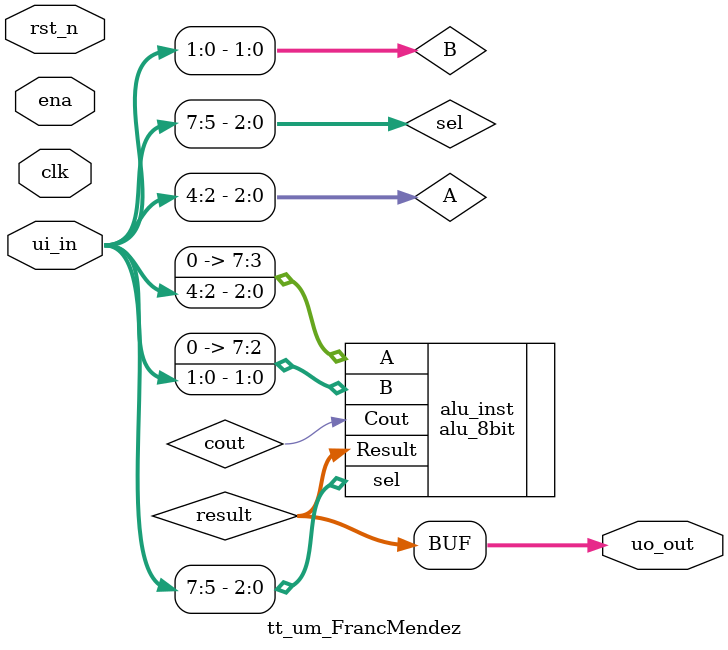
<source format=v>
module tt_um_FrancMendez (
    input  [7:0] ui_in,
    output [7:0] uo_out,
    input clk,
    input ena,
    input rst_n
);

    // Mapeo sin solapamiento:
    wire [2:0] sel = ui_in[7:5];  // selección de operación
    wire [2:0] A   = ui_in[4:2];  // A reducido a 3 bits
    wire [1:0] B   = ui_in[1:0];  // B reducido a 2 bits

    wire [7:0] result;
    wire cout;

    // Expandir A y B a 8 bits para la ALU
    alu_8bit alu_inst (
        .A({5'b00000, A}),
        .B({6'b000000, B}),
        .sel(sel),
        .Result(result),
        .Cout(cout)
    );

    assign uo_out = result;

endmodule

</source>
